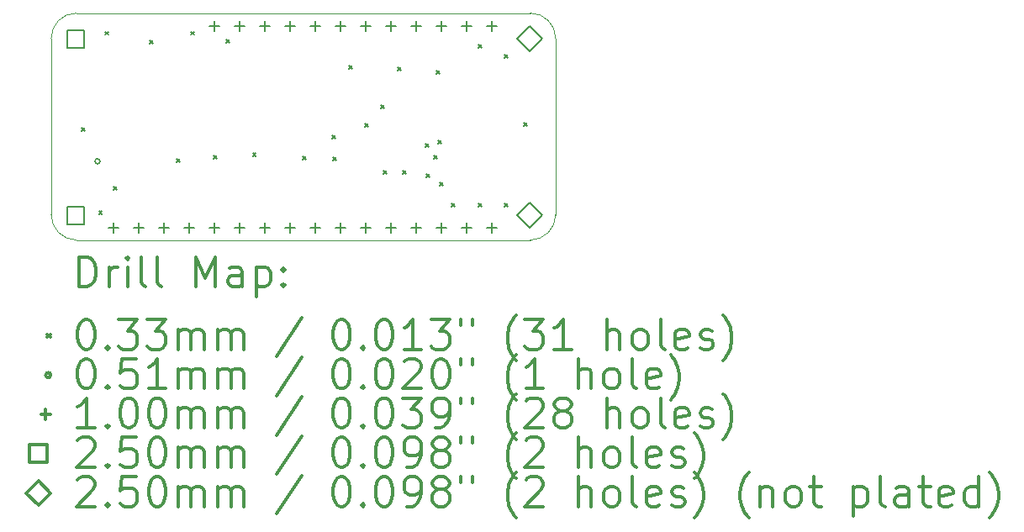
<source format=gbr>
%FSLAX45Y45*%
G04 Gerber Fmt 4.5, Leading zero omitted, Abs format (unit mm)*
G04 Created by KiCad (PCBNEW (5.0.0-rc2-dev-444-g2974a2c10)) date 11/27/19 17:23:53*
%MOMM*%
%LPD*%
G01*
G04 APERTURE LIST*
%ADD10C,0.100000*%
%ADD11C,0.200000*%
%ADD12C,0.300000*%
G04 APERTURE END LIST*
D10*
X10998200Y-10642600D02*
G75*
G02X10744200Y-10388600I0J254000D01*
G01*
X15824200Y-10388600D02*
G75*
G02X15570200Y-10642600I-254000J0D01*
G01*
X10744200Y-8610600D02*
G75*
G02X10998200Y-8356600I254000J0D01*
G01*
X15570200Y-8356600D02*
G75*
G02X15824200Y-8610600I0J-254000D01*
G01*
X10744200Y-8610600D02*
X10744200Y-10388600D01*
X15570200Y-8356600D02*
X10998200Y-8356600D01*
X15824200Y-10388600D02*
X15824200Y-8610600D01*
X10998200Y-10642600D02*
X15570200Y-10642600D01*
D11*
X11053490Y-9513490D02*
X11086510Y-9546510D01*
X11086510Y-9513490D02*
X11053490Y-9546510D01*
X11223490Y-10353490D02*
X11256510Y-10386510D01*
X11256510Y-10353490D02*
X11223490Y-10386510D01*
X11286490Y-8542490D02*
X11319510Y-8575510D01*
X11319510Y-8542490D02*
X11286490Y-8575510D01*
X11373490Y-10103490D02*
X11406510Y-10136510D01*
X11406510Y-10103490D02*
X11373490Y-10136510D01*
X11733009Y-8633490D02*
X11766029Y-8666510D01*
X11766029Y-8633490D02*
X11733009Y-8666510D01*
X12003490Y-9823490D02*
X12036510Y-9856510D01*
X12036510Y-9823490D02*
X12003490Y-9856510D01*
X12150090Y-8542490D02*
X12183110Y-8575510D01*
X12183110Y-8542490D02*
X12150090Y-8575510D01*
X12383009Y-9793009D02*
X12416029Y-9826029D01*
X12416029Y-9793009D02*
X12383009Y-9826029D01*
X12503490Y-8623490D02*
X12536510Y-8656510D01*
X12536510Y-8623490D02*
X12503490Y-8656510D01*
X12773490Y-9763490D02*
X12806510Y-9796510D01*
X12806510Y-9763490D02*
X12773490Y-9796510D01*
X13280390Y-9800590D02*
X13313410Y-9833610D01*
X13313410Y-9800590D02*
X13280390Y-9833610D01*
X13572490Y-9584690D02*
X13605510Y-9617710D01*
X13605510Y-9584690D02*
X13572490Y-9617710D01*
X13578590Y-9806690D02*
X13611610Y-9839710D01*
X13611610Y-9806690D02*
X13578590Y-9839710D01*
X13743490Y-8883490D02*
X13776510Y-8916510D01*
X13776510Y-8883490D02*
X13743490Y-8916510D01*
X13902690Y-9470390D02*
X13935710Y-9503410D01*
X13935710Y-9470390D02*
X13902690Y-9503410D01*
X14067790Y-9279890D02*
X14100810Y-9312910D01*
X14100810Y-9279890D02*
X14067790Y-9312910D01*
X14093190Y-9940290D02*
X14126210Y-9973310D01*
X14126210Y-9940290D02*
X14093190Y-9973310D01*
X14232890Y-8898890D02*
X14265910Y-8931910D01*
X14265910Y-8898890D02*
X14232890Y-8931910D01*
X14283690Y-9940290D02*
X14316710Y-9973310D01*
X14316710Y-9940290D02*
X14283690Y-9973310D01*
X14510390Y-9671690D02*
X14543410Y-9704710D01*
X14543410Y-9671690D02*
X14510390Y-9704710D01*
X14524990Y-9978390D02*
X14558010Y-10011410D01*
X14558010Y-9978390D02*
X14524990Y-10011410D01*
X14601190Y-9787890D02*
X14634210Y-9820910D01*
X14634210Y-9787890D02*
X14601190Y-9820910D01*
X14623490Y-8938490D02*
X14656510Y-8971510D01*
X14656510Y-8938490D02*
X14623490Y-8971510D01*
X14638490Y-9638490D02*
X14671510Y-9671510D01*
X14671510Y-9638490D02*
X14638490Y-9671510D01*
X14658340Y-10060940D02*
X14691360Y-10093960D01*
X14691360Y-10060940D02*
X14658340Y-10093960D01*
X14778990Y-10270490D02*
X14812010Y-10303510D01*
X14812010Y-10270490D02*
X14778990Y-10303510D01*
X15045690Y-8670290D02*
X15078710Y-8703310D01*
X15078710Y-8670290D02*
X15045690Y-8703310D01*
X15045690Y-10270490D02*
X15078710Y-10303510D01*
X15078710Y-10270490D02*
X15045690Y-10303510D01*
X15312390Y-8771890D02*
X15345410Y-8804910D01*
X15345410Y-8771890D02*
X15312390Y-8804910D01*
X15312390Y-10270490D02*
X15345410Y-10303510D01*
X15345410Y-10270490D02*
X15312390Y-10303510D01*
X15503490Y-9463490D02*
X15536510Y-9496510D01*
X15536510Y-9463490D02*
X15503490Y-9496510D01*
X11235400Y-9850000D02*
G75*
G03X11235400Y-9850000I-25400J0D01*
G01*
X11371500Y-10470600D02*
X11371500Y-10570600D01*
X11321500Y-10520600D02*
X11421500Y-10520600D01*
X11625500Y-10470600D02*
X11625500Y-10570600D01*
X11575500Y-10520600D02*
X11675500Y-10520600D01*
X11879500Y-10470600D02*
X11879500Y-10570600D01*
X11829500Y-10520600D02*
X11929500Y-10520600D01*
X12133500Y-10470600D02*
X12133500Y-10570600D01*
X12083500Y-10520600D02*
X12183500Y-10520600D01*
X12387500Y-8438600D02*
X12387500Y-8538600D01*
X12337500Y-8488600D02*
X12437500Y-8488600D01*
X12387500Y-10470600D02*
X12387500Y-10570600D01*
X12337500Y-10520600D02*
X12437500Y-10520600D01*
X12641500Y-8438600D02*
X12641500Y-8538600D01*
X12591500Y-8488600D02*
X12691500Y-8488600D01*
X12641500Y-10470600D02*
X12641500Y-10570600D01*
X12591500Y-10520600D02*
X12691500Y-10520600D01*
X12895500Y-8438600D02*
X12895500Y-8538600D01*
X12845500Y-8488600D02*
X12945500Y-8488600D01*
X12895500Y-10470600D02*
X12895500Y-10570600D01*
X12845500Y-10520600D02*
X12945500Y-10520600D01*
X13149500Y-8438600D02*
X13149500Y-8538600D01*
X13099500Y-8488600D02*
X13199500Y-8488600D01*
X13149500Y-10470600D02*
X13149500Y-10570600D01*
X13099500Y-10520600D02*
X13199500Y-10520600D01*
X13403500Y-8438600D02*
X13403500Y-8538600D01*
X13353500Y-8488600D02*
X13453500Y-8488600D01*
X13403500Y-10470600D02*
X13403500Y-10570600D01*
X13353500Y-10520600D02*
X13453500Y-10520600D01*
X13657500Y-8438600D02*
X13657500Y-8538600D01*
X13607500Y-8488600D02*
X13707500Y-8488600D01*
X13657500Y-10470600D02*
X13657500Y-10570600D01*
X13607500Y-10520600D02*
X13707500Y-10520600D01*
X13911500Y-8438600D02*
X13911500Y-8538600D01*
X13861500Y-8488600D02*
X13961500Y-8488600D01*
X13911500Y-10470600D02*
X13911500Y-10570600D01*
X13861500Y-10520600D02*
X13961500Y-10520600D01*
X14165500Y-8438600D02*
X14165500Y-8538600D01*
X14115500Y-8488600D02*
X14215500Y-8488600D01*
X14165500Y-10470600D02*
X14165500Y-10570600D01*
X14115500Y-10520600D02*
X14215500Y-10520600D01*
X14419500Y-8438600D02*
X14419500Y-8538600D01*
X14369500Y-8488600D02*
X14469500Y-8488600D01*
X14419500Y-10470600D02*
X14419500Y-10570600D01*
X14369500Y-10520600D02*
X14469500Y-10520600D01*
X14673500Y-8438600D02*
X14673500Y-8538600D01*
X14623500Y-8488600D02*
X14723500Y-8488600D01*
X14673500Y-10470600D02*
X14673500Y-10570600D01*
X14623500Y-10520600D02*
X14723500Y-10520600D01*
X14927500Y-8438600D02*
X14927500Y-8538600D01*
X14877500Y-8488600D02*
X14977500Y-8488600D01*
X14927500Y-10470600D02*
X14927500Y-10570600D01*
X14877500Y-10520600D02*
X14977500Y-10520600D01*
X15181500Y-8438600D02*
X15181500Y-8538600D01*
X15131500Y-8488600D02*
X15231500Y-8488600D01*
X15181500Y-10470600D02*
X15181500Y-10570600D01*
X15131500Y-10520600D02*
X15231500Y-10520600D01*
X11078889Y-8703989D02*
X11078889Y-8527211D01*
X10902111Y-8527211D01*
X10902111Y-8703989D01*
X11078889Y-8703989D01*
X11078889Y-10481989D02*
X11078889Y-10305211D01*
X10902111Y-10305211D01*
X10902111Y-10481989D01*
X11078889Y-10481989D01*
X15562500Y-8740600D02*
X15687500Y-8615600D01*
X15562500Y-8490600D01*
X15437500Y-8615600D01*
X15562500Y-8740600D01*
X15562500Y-10518600D02*
X15687500Y-10393600D01*
X15562500Y-10268600D01*
X15437500Y-10393600D01*
X15562500Y-10518600D01*
D12*
X11025628Y-11113314D02*
X11025628Y-10813314D01*
X11097057Y-10813314D01*
X11139914Y-10827600D01*
X11168486Y-10856172D01*
X11182771Y-10884743D01*
X11197057Y-10941886D01*
X11197057Y-10984743D01*
X11182771Y-11041886D01*
X11168486Y-11070457D01*
X11139914Y-11099029D01*
X11097057Y-11113314D01*
X11025628Y-11113314D01*
X11325628Y-11113314D02*
X11325628Y-10913314D01*
X11325628Y-10970457D02*
X11339914Y-10941886D01*
X11354200Y-10927600D01*
X11382771Y-10913314D01*
X11411343Y-10913314D01*
X11511343Y-11113314D02*
X11511343Y-10913314D01*
X11511343Y-10813314D02*
X11497057Y-10827600D01*
X11511343Y-10841886D01*
X11525628Y-10827600D01*
X11511343Y-10813314D01*
X11511343Y-10841886D01*
X11697057Y-11113314D02*
X11668486Y-11099029D01*
X11654200Y-11070457D01*
X11654200Y-10813314D01*
X11854200Y-11113314D02*
X11825628Y-11099029D01*
X11811343Y-11070457D01*
X11811343Y-10813314D01*
X12197057Y-11113314D02*
X12197057Y-10813314D01*
X12297057Y-11027600D01*
X12397057Y-10813314D01*
X12397057Y-11113314D01*
X12668486Y-11113314D02*
X12668486Y-10956172D01*
X12654200Y-10927600D01*
X12625628Y-10913314D01*
X12568486Y-10913314D01*
X12539914Y-10927600D01*
X12668486Y-11099029D02*
X12639914Y-11113314D01*
X12568486Y-11113314D01*
X12539914Y-11099029D01*
X12525628Y-11070457D01*
X12525628Y-11041886D01*
X12539914Y-11013314D01*
X12568486Y-10999029D01*
X12639914Y-10999029D01*
X12668486Y-10984743D01*
X12811343Y-10913314D02*
X12811343Y-11213314D01*
X12811343Y-10927600D02*
X12839914Y-10913314D01*
X12897057Y-10913314D01*
X12925628Y-10927600D01*
X12939914Y-10941886D01*
X12954200Y-10970457D01*
X12954200Y-11056172D01*
X12939914Y-11084743D01*
X12925628Y-11099029D01*
X12897057Y-11113314D01*
X12839914Y-11113314D01*
X12811343Y-11099029D01*
X13082771Y-11084743D02*
X13097057Y-11099029D01*
X13082771Y-11113314D01*
X13068486Y-11099029D01*
X13082771Y-11084743D01*
X13082771Y-11113314D01*
X13082771Y-10927600D02*
X13097057Y-10941886D01*
X13082771Y-10956172D01*
X13068486Y-10941886D01*
X13082771Y-10927600D01*
X13082771Y-10956172D01*
X10706180Y-11591090D02*
X10739200Y-11624110D01*
X10739200Y-11591090D02*
X10706180Y-11624110D01*
X11082771Y-11443314D02*
X11111343Y-11443314D01*
X11139914Y-11457600D01*
X11154200Y-11471886D01*
X11168486Y-11500457D01*
X11182771Y-11557600D01*
X11182771Y-11629029D01*
X11168486Y-11686171D01*
X11154200Y-11714743D01*
X11139914Y-11729029D01*
X11111343Y-11743314D01*
X11082771Y-11743314D01*
X11054200Y-11729029D01*
X11039914Y-11714743D01*
X11025628Y-11686171D01*
X11011343Y-11629029D01*
X11011343Y-11557600D01*
X11025628Y-11500457D01*
X11039914Y-11471886D01*
X11054200Y-11457600D01*
X11082771Y-11443314D01*
X11311343Y-11714743D02*
X11325628Y-11729029D01*
X11311343Y-11743314D01*
X11297057Y-11729029D01*
X11311343Y-11714743D01*
X11311343Y-11743314D01*
X11425628Y-11443314D02*
X11611343Y-11443314D01*
X11511343Y-11557600D01*
X11554200Y-11557600D01*
X11582771Y-11571886D01*
X11597057Y-11586171D01*
X11611343Y-11614743D01*
X11611343Y-11686171D01*
X11597057Y-11714743D01*
X11582771Y-11729029D01*
X11554200Y-11743314D01*
X11468486Y-11743314D01*
X11439914Y-11729029D01*
X11425628Y-11714743D01*
X11711343Y-11443314D02*
X11897057Y-11443314D01*
X11797057Y-11557600D01*
X11839914Y-11557600D01*
X11868486Y-11571886D01*
X11882771Y-11586171D01*
X11897057Y-11614743D01*
X11897057Y-11686171D01*
X11882771Y-11714743D01*
X11868486Y-11729029D01*
X11839914Y-11743314D01*
X11754200Y-11743314D01*
X11725628Y-11729029D01*
X11711343Y-11714743D01*
X12025628Y-11743314D02*
X12025628Y-11543314D01*
X12025628Y-11571886D02*
X12039914Y-11557600D01*
X12068486Y-11543314D01*
X12111343Y-11543314D01*
X12139914Y-11557600D01*
X12154200Y-11586171D01*
X12154200Y-11743314D01*
X12154200Y-11586171D02*
X12168486Y-11557600D01*
X12197057Y-11543314D01*
X12239914Y-11543314D01*
X12268486Y-11557600D01*
X12282771Y-11586171D01*
X12282771Y-11743314D01*
X12425628Y-11743314D02*
X12425628Y-11543314D01*
X12425628Y-11571886D02*
X12439914Y-11557600D01*
X12468486Y-11543314D01*
X12511343Y-11543314D01*
X12539914Y-11557600D01*
X12554200Y-11586171D01*
X12554200Y-11743314D01*
X12554200Y-11586171D02*
X12568486Y-11557600D01*
X12597057Y-11543314D01*
X12639914Y-11543314D01*
X12668486Y-11557600D01*
X12682771Y-11586171D01*
X12682771Y-11743314D01*
X13268486Y-11429029D02*
X13011343Y-11814743D01*
X13654200Y-11443314D02*
X13682771Y-11443314D01*
X13711343Y-11457600D01*
X13725628Y-11471886D01*
X13739914Y-11500457D01*
X13754200Y-11557600D01*
X13754200Y-11629029D01*
X13739914Y-11686171D01*
X13725628Y-11714743D01*
X13711343Y-11729029D01*
X13682771Y-11743314D01*
X13654200Y-11743314D01*
X13625628Y-11729029D01*
X13611343Y-11714743D01*
X13597057Y-11686171D01*
X13582771Y-11629029D01*
X13582771Y-11557600D01*
X13597057Y-11500457D01*
X13611343Y-11471886D01*
X13625628Y-11457600D01*
X13654200Y-11443314D01*
X13882771Y-11714743D02*
X13897057Y-11729029D01*
X13882771Y-11743314D01*
X13868486Y-11729029D01*
X13882771Y-11714743D01*
X13882771Y-11743314D01*
X14082771Y-11443314D02*
X14111343Y-11443314D01*
X14139914Y-11457600D01*
X14154200Y-11471886D01*
X14168486Y-11500457D01*
X14182771Y-11557600D01*
X14182771Y-11629029D01*
X14168486Y-11686171D01*
X14154200Y-11714743D01*
X14139914Y-11729029D01*
X14111343Y-11743314D01*
X14082771Y-11743314D01*
X14054200Y-11729029D01*
X14039914Y-11714743D01*
X14025628Y-11686171D01*
X14011343Y-11629029D01*
X14011343Y-11557600D01*
X14025628Y-11500457D01*
X14039914Y-11471886D01*
X14054200Y-11457600D01*
X14082771Y-11443314D01*
X14468486Y-11743314D02*
X14297057Y-11743314D01*
X14382771Y-11743314D02*
X14382771Y-11443314D01*
X14354200Y-11486171D01*
X14325628Y-11514743D01*
X14297057Y-11529029D01*
X14568486Y-11443314D02*
X14754200Y-11443314D01*
X14654200Y-11557600D01*
X14697057Y-11557600D01*
X14725628Y-11571886D01*
X14739914Y-11586171D01*
X14754200Y-11614743D01*
X14754200Y-11686171D01*
X14739914Y-11714743D01*
X14725628Y-11729029D01*
X14697057Y-11743314D01*
X14611343Y-11743314D01*
X14582771Y-11729029D01*
X14568486Y-11714743D01*
X14868486Y-11443314D02*
X14868486Y-11500457D01*
X14982771Y-11443314D02*
X14982771Y-11500457D01*
X15425628Y-11857600D02*
X15411343Y-11843314D01*
X15382771Y-11800457D01*
X15368486Y-11771886D01*
X15354200Y-11729029D01*
X15339914Y-11657600D01*
X15339914Y-11600457D01*
X15354200Y-11529029D01*
X15368486Y-11486171D01*
X15382771Y-11457600D01*
X15411343Y-11414743D01*
X15425628Y-11400457D01*
X15511343Y-11443314D02*
X15697057Y-11443314D01*
X15597057Y-11557600D01*
X15639914Y-11557600D01*
X15668486Y-11571886D01*
X15682771Y-11586171D01*
X15697057Y-11614743D01*
X15697057Y-11686171D01*
X15682771Y-11714743D01*
X15668486Y-11729029D01*
X15639914Y-11743314D01*
X15554200Y-11743314D01*
X15525628Y-11729029D01*
X15511343Y-11714743D01*
X15982771Y-11743314D02*
X15811343Y-11743314D01*
X15897057Y-11743314D02*
X15897057Y-11443314D01*
X15868486Y-11486171D01*
X15839914Y-11514743D01*
X15811343Y-11529029D01*
X16339914Y-11743314D02*
X16339914Y-11443314D01*
X16468486Y-11743314D02*
X16468486Y-11586171D01*
X16454200Y-11557600D01*
X16425628Y-11543314D01*
X16382771Y-11543314D01*
X16354200Y-11557600D01*
X16339914Y-11571886D01*
X16654200Y-11743314D02*
X16625628Y-11729029D01*
X16611343Y-11714743D01*
X16597057Y-11686171D01*
X16597057Y-11600457D01*
X16611343Y-11571886D01*
X16625628Y-11557600D01*
X16654200Y-11543314D01*
X16697057Y-11543314D01*
X16725628Y-11557600D01*
X16739914Y-11571886D01*
X16754200Y-11600457D01*
X16754200Y-11686171D01*
X16739914Y-11714743D01*
X16725628Y-11729029D01*
X16697057Y-11743314D01*
X16654200Y-11743314D01*
X16925628Y-11743314D02*
X16897057Y-11729029D01*
X16882771Y-11700457D01*
X16882771Y-11443314D01*
X17154200Y-11729029D02*
X17125628Y-11743314D01*
X17068486Y-11743314D01*
X17039914Y-11729029D01*
X17025628Y-11700457D01*
X17025628Y-11586171D01*
X17039914Y-11557600D01*
X17068486Y-11543314D01*
X17125628Y-11543314D01*
X17154200Y-11557600D01*
X17168486Y-11586171D01*
X17168486Y-11614743D01*
X17025628Y-11643314D01*
X17282771Y-11729029D02*
X17311343Y-11743314D01*
X17368486Y-11743314D01*
X17397057Y-11729029D01*
X17411343Y-11700457D01*
X17411343Y-11686171D01*
X17397057Y-11657600D01*
X17368486Y-11643314D01*
X17325628Y-11643314D01*
X17297057Y-11629029D01*
X17282771Y-11600457D01*
X17282771Y-11586171D01*
X17297057Y-11557600D01*
X17325628Y-11543314D01*
X17368486Y-11543314D01*
X17397057Y-11557600D01*
X17511343Y-11857600D02*
X17525628Y-11843314D01*
X17554200Y-11800457D01*
X17568486Y-11771886D01*
X17582771Y-11729029D01*
X17597057Y-11657600D01*
X17597057Y-11600457D01*
X17582771Y-11529029D01*
X17568486Y-11486171D01*
X17554200Y-11457600D01*
X17525628Y-11414743D01*
X17511343Y-11400457D01*
X10739200Y-12003600D02*
G75*
G03X10739200Y-12003600I-25400J0D01*
G01*
X11082771Y-11839314D02*
X11111343Y-11839314D01*
X11139914Y-11853600D01*
X11154200Y-11867886D01*
X11168486Y-11896457D01*
X11182771Y-11953600D01*
X11182771Y-12025029D01*
X11168486Y-12082171D01*
X11154200Y-12110743D01*
X11139914Y-12125029D01*
X11111343Y-12139314D01*
X11082771Y-12139314D01*
X11054200Y-12125029D01*
X11039914Y-12110743D01*
X11025628Y-12082171D01*
X11011343Y-12025029D01*
X11011343Y-11953600D01*
X11025628Y-11896457D01*
X11039914Y-11867886D01*
X11054200Y-11853600D01*
X11082771Y-11839314D01*
X11311343Y-12110743D02*
X11325628Y-12125029D01*
X11311343Y-12139314D01*
X11297057Y-12125029D01*
X11311343Y-12110743D01*
X11311343Y-12139314D01*
X11597057Y-11839314D02*
X11454200Y-11839314D01*
X11439914Y-11982171D01*
X11454200Y-11967886D01*
X11482771Y-11953600D01*
X11554200Y-11953600D01*
X11582771Y-11967886D01*
X11597057Y-11982171D01*
X11611343Y-12010743D01*
X11611343Y-12082171D01*
X11597057Y-12110743D01*
X11582771Y-12125029D01*
X11554200Y-12139314D01*
X11482771Y-12139314D01*
X11454200Y-12125029D01*
X11439914Y-12110743D01*
X11897057Y-12139314D02*
X11725628Y-12139314D01*
X11811343Y-12139314D02*
X11811343Y-11839314D01*
X11782771Y-11882171D01*
X11754200Y-11910743D01*
X11725628Y-11925029D01*
X12025628Y-12139314D02*
X12025628Y-11939314D01*
X12025628Y-11967886D02*
X12039914Y-11953600D01*
X12068486Y-11939314D01*
X12111343Y-11939314D01*
X12139914Y-11953600D01*
X12154200Y-11982171D01*
X12154200Y-12139314D01*
X12154200Y-11982171D02*
X12168486Y-11953600D01*
X12197057Y-11939314D01*
X12239914Y-11939314D01*
X12268486Y-11953600D01*
X12282771Y-11982171D01*
X12282771Y-12139314D01*
X12425628Y-12139314D02*
X12425628Y-11939314D01*
X12425628Y-11967886D02*
X12439914Y-11953600D01*
X12468486Y-11939314D01*
X12511343Y-11939314D01*
X12539914Y-11953600D01*
X12554200Y-11982171D01*
X12554200Y-12139314D01*
X12554200Y-11982171D02*
X12568486Y-11953600D01*
X12597057Y-11939314D01*
X12639914Y-11939314D01*
X12668486Y-11953600D01*
X12682771Y-11982171D01*
X12682771Y-12139314D01*
X13268486Y-11825029D02*
X13011343Y-12210743D01*
X13654200Y-11839314D02*
X13682771Y-11839314D01*
X13711343Y-11853600D01*
X13725628Y-11867886D01*
X13739914Y-11896457D01*
X13754200Y-11953600D01*
X13754200Y-12025029D01*
X13739914Y-12082171D01*
X13725628Y-12110743D01*
X13711343Y-12125029D01*
X13682771Y-12139314D01*
X13654200Y-12139314D01*
X13625628Y-12125029D01*
X13611343Y-12110743D01*
X13597057Y-12082171D01*
X13582771Y-12025029D01*
X13582771Y-11953600D01*
X13597057Y-11896457D01*
X13611343Y-11867886D01*
X13625628Y-11853600D01*
X13654200Y-11839314D01*
X13882771Y-12110743D02*
X13897057Y-12125029D01*
X13882771Y-12139314D01*
X13868486Y-12125029D01*
X13882771Y-12110743D01*
X13882771Y-12139314D01*
X14082771Y-11839314D02*
X14111343Y-11839314D01*
X14139914Y-11853600D01*
X14154200Y-11867886D01*
X14168486Y-11896457D01*
X14182771Y-11953600D01*
X14182771Y-12025029D01*
X14168486Y-12082171D01*
X14154200Y-12110743D01*
X14139914Y-12125029D01*
X14111343Y-12139314D01*
X14082771Y-12139314D01*
X14054200Y-12125029D01*
X14039914Y-12110743D01*
X14025628Y-12082171D01*
X14011343Y-12025029D01*
X14011343Y-11953600D01*
X14025628Y-11896457D01*
X14039914Y-11867886D01*
X14054200Y-11853600D01*
X14082771Y-11839314D01*
X14297057Y-11867886D02*
X14311343Y-11853600D01*
X14339914Y-11839314D01*
X14411343Y-11839314D01*
X14439914Y-11853600D01*
X14454200Y-11867886D01*
X14468486Y-11896457D01*
X14468486Y-11925029D01*
X14454200Y-11967886D01*
X14282771Y-12139314D01*
X14468486Y-12139314D01*
X14654200Y-11839314D02*
X14682771Y-11839314D01*
X14711343Y-11853600D01*
X14725628Y-11867886D01*
X14739914Y-11896457D01*
X14754200Y-11953600D01*
X14754200Y-12025029D01*
X14739914Y-12082171D01*
X14725628Y-12110743D01*
X14711343Y-12125029D01*
X14682771Y-12139314D01*
X14654200Y-12139314D01*
X14625628Y-12125029D01*
X14611343Y-12110743D01*
X14597057Y-12082171D01*
X14582771Y-12025029D01*
X14582771Y-11953600D01*
X14597057Y-11896457D01*
X14611343Y-11867886D01*
X14625628Y-11853600D01*
X14654200Y-11839314D01*
X14868486Y-11839314D02*
X14868486Y-11896457D01*
X14982771Y-11839314D02*
X14982771Y-11896457D01*
X15425628Y-12253600D02*
X15411343Y-12239314D01*
X15382771Y-12196457D01*
X15368486Y-12167886D01*
X15354200Y-12125029D01*
X15339914Y-12053600D01*
X15339914Y-11996457D01*
X15354200Y-11925029D01*
X15368486Y-11882171D01*
X15382771Y-11853600D01*
X15411343Y-11810743D01*
X15425628Y-11796457D01*
X15697057Y-12139314D02*
X15525628Y-12139314D01*
X15611343Y-12139314D02*
X15611343Y-11839314D01*
X15582771Y-11882171D01*
X15554200Y-11910743D01*
X15525628Y-11925029D01*
X16054200Y-12139314D02*
X16054200Y-11839314D01*
X16182771Y-12139314D02*
X16182771Y-11982171D01*
X16168486Y-11953600D01*
X16139914Y-11939314D01*
X16097057Y-11939314D01*
X16068486Y-11953600D01*
X16054200Y-11967886D01*
X16368486Y-12139314D02*
X16339914Y-12125029D01*
X16325628Y-12110743D01*
X16311343Y-12082171D01*
X16311343Y-11996457D01*
X16325628Y-11967886D01*
X16339914Y-11953600D01*
X16368486Y-11939314D01*
X16411343Y-11939314D01*
X16439914Y-11953600D01*
X16454200Y-11967886D01*
X16468486Y-11996457D01*
X16468486Y-12082171D01*
X16454200Y-12110743D01*
X16439914Y-12125029D01*
X16411343Y-12139314D01*
X16368486Y-12139314D01*
X16639914Y-12139314D02*
X16611343Y-12125029D01*
X16597057Y-12096457D01*
X16597057Y-11839314D01*
X16868486Y-12125029D02*
X16839914Y-12139314D01*
X16782771Y-12139314D01*
X16754200Y-12125029D01*
X16739914Y-12096457D01*
X16739914Y-11982171D01*
X16754200Y-11953600D01*
X16782771Y-11939314D01*
X16839914Y-11939314D01*
X16868486Y-11953600D01*
X16882771Y-11982171D01*
X16882771Y-12010743D01*
X16739914Y-12039314D01*
X16982771Y-12253600D02*
X16997057Y-12239314D01*
X17025628Y-12196457D01*
X17039914Y-12167886D01*
X17054200Y-12125029D01*
X17068486Y-12053600D01*
X17068486Y-11996457D01*
X17054200Y-11925029D01*
X17039914Y-11882171D01*
X17025628Y-11853600D01*
X16997057Y-11810743D01*
X16982771Y-11796457D01*
X10689200Y-12349600D02*
X10689200Y-12449600D01*
X10639200Y-12399600D02*
X10739200Y-12399600D01*
X11182771Y-12535314D02*
X11011343Y-12535314D01*
X11097057Y-12535314D02*
X11097057Y-12235314D01*
X11068486Y-12278171D01*
X11039914Y-12306743D01*
X11011343Y-12321029D01*
X11311343Y-12506743D02*
X11325628Y-12521029D01*
X11311343Y-12535314D01*
X11297057Y-12521029D01*
X11311343Y-12506743D01*
X11311343Y-12535314D01*
X11511343Y-12235314D02*
X11539914Y-12235314D01*
X11568486Y-12249600D01*
X11582771Y-12263886D01*
X11597057Y-12292457D01*
X11611343Y-12349600D01*
X11611343Y-12421029D01*
X11597057Y-12478171D01*
X11582771Y-12506743D01*
X11568486Y-12521029D01*
X11539914Y-12535314D01*
X11511343Y-12535314D01*
X11482771Y-12521029D01*
X11468486Y-12506743D01*
X11454200Y-12478171D01*
X11439914Y-12421029D01*
X11439914Y-12349600D01*
X11454200Y-12292457D01*
X11468486Y-12263886D01*
X11482771Y-12249600D01*
X11511343Y-12235314D01*
X11797057Y-12235314D02*
X11825628Y-12235314D01*
X11854200Y-12249600D01*
X11868486Y-12263886D01*
X11882771Y-12292457D01*
X11897057Y-12349600D01*
X11897057Y-12421029D01*
X11882771Y-12478171D01*
X11868486Y-12506743D01*
X11854200Y-12521029D01*
X11825628Y-12535314D01*
X11797057Y-12535314D01*
X11768486Y-12521029D01*
X11754200Y-12506743D01*
X11739914Y-12478171D01*
X11725628Y-12421029D01*
X11725628Y-12349600D01*
X11739914Y-12292457D01*
X11754200Y-12263886D01*
X11768486Y-12249600D01*
X11797057Y-12235314D01*
X12025628Y-12535314D02*
X12025628Y-12335314D01*
X12025628Y-12363886D02*
X12039914Y-12349600D01*
X12068486Y-12335314D01*
X12111343Y-12335314D01*
X12139914Y-12349600D01*
X12154200Y-12378171D01*
X12154200Y-12535314D01*
X12154200Y-12378171D02*
X12168486Y-12349600D01*
X12197057Y-12335314D01*
X12239914Y-12335314D01*
X12268486Y-12349600D01*
X12282771Y-12378171D01*
X12282771Y-12535314D01*
X12425628Y-12535314D02*
X12425628Y-12335314D01*
X12425628Y-12363886D02*
X12439914Y-12349600D01*
X12468486Y-12335314D01*
X12511343Y-12335314D01*
X12539914Y-12349600D01*
X12554200Y-12378171D01*
X12554200Y-12535314D01*
X12554200Y-12378171D02*
X12568486Y-12349600D01*
X12597057Y-12335314D01*
X12639914Y-12335314D01*
X12668486Y-12349600D01*
X12682771Y-12378171D01*
X12682771Y-12535314D01*
X13268486Y-12221029D02*
X13011343Y-12606743D01*
X13654200Y-12235314D02*
X13682771Y-12235314D01*
X13711343Y-12249600D01*
X13725628Y-12263886D01*
X13739914Y-12292457D01*
X13754200Y-12349600D01*
X13754200Y-12421029D01*
X13739914Y-12478171D01*
X13725628Y-12506743D01*
X13711343Y-12521029D01*
X13682771Y-12535314D01*
X13654200Y-12535314D01*
X13625628Y-12521029D01*
X13611343Y-12506743D01*
X13597057Y-12478171D01*
X13582771Y-12421029D01*
X13582771Y-12349600D01*
X13597057Y-12292457D01*
X13611343Y-12263886D01*
X13625628Y-12249600D01*
X13654200Y-12235314D01*
X13882771Y-12506743D02*
X13897057Y-12521029D01*
X13882771Y-12535314D01*
X13868486Y-12521029D01*
X13882771Y-12506743D01*
X13882771Y-12535314D01*
X14082771Y-12235314D02*
X14111343Y-12235314D01*
X14139914Y-12249600D01*
X14154200Y-12263886D01*
X14168486Y-12292457D01*
X14182771Y-12349600D01*
X14182771Y-12421029D01*
X14168486Y-12478171D01*
X14154200Y-12506743D01*
X14139914Y-12521029D01*
X14111343Y-12535314D01*
X14082771Y-12535314D01*
X14054200Y-12521029D01*
X14039914Y-12506743D01*
X14025628Y-12478171D01*
X14011343Y-12421029D01*
X14011343Y-12349600D01*
X14025628Y-12292457D01*
X14039914Y-12263886D01*
X14054200Y-12249600D01*
X14082771Y-12235314D01*
X14282771Y-12235314D02*
X14468486Y-12235314D01*
X14368486Y-12349600D01*
X14411343Y-12349600D01*
X14439914Y-12363886D01*
X14454200Y-12378171D01*
X14468486Y-12406743D01*
X14468486Y-12478171D01*
X14454200Y-12506743D01*
X14439914Y-12521029D01*
X14411343Y-12535314D01*
X14325628Y-12535314D01*
X14297057Y-12521029D01*
X14282771Y-12506743D01*
X14611343Y-12535314D02*
X14668486Y-12535314D01*
X14697057Y-12521029D01*
X14711343Y-12506743D01*
X14739914Y-12463886D01*
X14754200Y-12406743D01*
X14754200Y-12292457D01*
X14739914Y-12263886D01*
X14725628Y-12249600D01*
X14697057Y-12235314D01*
X14639914Y-12235314D01*
X14611343Y-12249600D01*
X14597057Y-12263886D01*
X14582771Y-12292457D01*
X14582771Y-12363886D01*
X14597057Y-12392457D01*
X14611343Y-12406743D01*
X14639914Y-12421029D01*
X14697057Y-12421029D01*
X14725628Y-12406743D01*
X14739914Y-12392457D01*
X14754200Y-12363886D01*
X14868486Y-12235314D02*
X14868486Y-12292457D01*
X14982771Y-12235314D02*
X14982771Y-12292457D01*
X15425628Y-12649600D02*
X15411343Y-12635314D01*
X15382771Y-12592457D01*
X15368486Y-12563886D01*
X15354200Y-12521029D01*
X15339914Y-12449600D01*
X15339914Y-12392457D01*
X15354200Y-12321029D01*
X15368486Y-12278171D01*
X15382771Y-12249600D01*
X15411343Y-12206743D01*
X15425628Y-12192457D01*
X15525628Y-12263886D02*
X15539914Y-12249600D01*
X15568486Y-12235314D01*
X15639914Y-12235314D01*
X15668486Y-12249600D01*
X15682771Y-12263886D01*
X15697057Y-12292457D01*
X15697057Y-12321029D01*
X15682771Y-12363886D01*
X15511343Y-12535314D01*
X15697057Y-12535314D01*
X15868486Y-12363886D02*
X15839914Y-12349600D01*
X15825628Y-12335314D01*
X15811343Y-12306743D01*
X15811343Y-12292457D01*
X15825628Y-12263886D01*
X15839914Y-12249600D01*
X15868486Y-12235314D01*
X15925628Y-12235314D01*
X15954200Y-12249600D01*
X15968486Y-12263886D01*
X15982771Y-12292457D01*
X15982771Y-12306743D01*
X15968486Y-12335314D01*
X15954200Y-12349600D01*
X15925628Y-12363886D01*
X15868486Y-12363886D01*
X15839914Y-12378171D01*
X15825628Y-12392457D01*
X15811343Y-12421029D01*
X15811343Y-12478171D01*
X15825628Y-12506743D01*
X15839914Y-12521029D01*
X15868486Y-12535314D01*
X15925628Y-12535314D01*
X15954200Y-12521029D01*
X15968486Y-12506743D01*
X15982771Y-12478171D01*
X15982771Y-12421029D01*
X15968486Y-12392457D01*
X15954200Y-12378171D01*
X15925628Y-12363886D01*
X16339914Y-12535314D02*
X16339914Y-12235314D01*
X16468486Y-12535314D02*
X16468486Y-12378171D01*
X16454200Y-12349600D01*
X16425628Y-12335314D01*
X16382771Y-12335314D01*
X16354200Y-12349600D01*
X16339914Y-12363886D01*
X16654200Y-12535314D02*
X16625628Y-12521029D01*
X16611343Y-12506743D01*
X16597057Y-12478171D01*
X16597057Y-12392457D01*
X16611343Y-12363886D01*
X16625628Y-12349600D01*
X16654200Y-12335314D01*
X16697057Y-12335314D01*
X16725628Y-12349600D01*
X16739914Y-12363886D01*
X16754200Y-12392457D01*
X16754200Y-12478171D01*
X16739914Y-12506743D01*
X16725628Y-12521029D01*
X16697057Y-12535314D01*
X16654200Y-12535314D01*
X16925628Y-12535314D02*
X16897057Y-12521029D01*
X16882771Y-12492457D01*
X16882771Y-12235314D01*
X17154200Y-12521029D02*
X17125628Y-12535314D01*
X17068486Y-12535314D01*
X17039914Y-12521029D01*
X17025628Y-12492457D01*
X17025628Y-12378171D01*
X17039914Y-12349600D01*
X17068486Y-12335314D01*
X17125628Y-12335314D01*
X17154200Y-12349600D01*
X17168486Y-12378171D01*
X17168486Y-12406743D01*
X17025628Y-12435314D01*
X17282771Y-12521029D02*
X17311343Y-12535314D01*
X17368486Y-12535314D01*
X17397057Y-12521029D01*
X17411343Y-12492457D01*
X17411343Y-12478171D01*
X17397057Y-12449600D01*
X17368486Y-12435314D01*
X17325628Y-12435314D01*
X17297057Y-12421029D01*
X17282771Y-12392457D01*
X17282771Y-12378171D01*
X17297057Y-12349600D01*
X17325628Y-12335314D01*
X17368486Y-12335314D01*
X17397057Y-12349600D01*
X17511343Y-12649600D02*
X17525628Y-12635314D01*
X17554200Y-12592457D01*
X17568486Y-12563886D01*
X17582771Y-12521029D01*
X17597057Y-12449600D01*
X17597057Y-12392457D01*
X17582771Y-12321029D01*
X17568486Y-12278171D01*
X17554200Y-12249600D01*
X17525628Y-12206743D01*
X17511343Y-12192457D01*
X10702589Y-12883989D02*
X10702589Y-12707211D01*
X10525811Y-12707211D01*
X10525811Y-12883989D01*
X10702589Y-12883989D01*
X11011343Y-12659886D02*
X11025628Y-12645600D01*
X11054200Y-12631314D01*
X11125628Y-12631314D01*
X11154200Y-12645600D01*
X11168486Y-12659886D01*
X11182771Y-12688457D01*
X11182771Y-12717029D01*
X11168486Y-12759886D01*
X10997057Y-12931314D01*
X11182771Y-12931314D01*
X11311343Y-12902743D02*
X11325628Y-12917029D01*
X11311343Y-12931314D01*
X11297057Y-12917029D01*
X11311343Y-12902743D01*
X11311343Y-12931314D01*
X11597057Y-12631314D02*
X11454200Y-12631314D01*
X11439914Y-12774171D01*
X11454200Y-12759886D01*
X11482771Y-12745600D01*
X11554200Y-12745600D01*
X11582771Y-12759886D01*
X11597057Y-12774171D01*
X11611343Y-12802743D01*
X11611343Y-12874171D01*
X11597057Y-12902743D01*
X11582771Y-12917029D01*
X11554200Y-12931314D01*
X11482771Y-12931314D01*
X11454200Y-12917029D01*
X11439914Y-12902743D01*
X11797057Y-12631314D02*
X11825628Y-12631314D01*
X11854200Y-12645600D01*
X11868486Y-12659886D01*
X11882771Y-12688457D01*
X11897057Y-12745600D01*
X11897057Y-12817029D01*
X11882771Y-12874171D01*
X11868486Y-12902743D01*
X11854200Y-12917029D01*
X11825628Y-12931314D01*
X11797057Y-12931314D01*
X11768486Y-12917029D01*
X11754200Y-12902743D01*
X11739914Y-12874171D01*
X11725628Y-12817029D01*
X11725628Y-12745600D01*
X11739914Y-12688457D01*
X11754200Y-12659886D01*
X11768486Y-12645600D01*
X11797057Y-12631314D01*
X12025628Y-12931314D02*
X12025628Y-12731314D01*
X12025628Y-12759886D02*
X12039914Y-12745600D01*
X12068486Y-12731314D01*
X12111343Y-12731314D01*
X12139914Y-12745600D01*
X12154200Y-12774171D01*
X12154200Y-12931314D01*
X12154200Y-12774171D02*
X12168486Y-12745600D01*
X12197057Y-12731314D01*
X12239914Y-12731314D01*
X12268486Y-12745600D01*
X12282771Y-12774171D01*
X12282771Y-12931314D01*
X12425628Y-12931314D02*
X12425628Y-12731314D01*
X12425628Y-12759886D02*
X12439914Y-12745600D01*
X12468486Y-12731314D01*
X12511343Y-12731314D01*
X12539914Y-12745600D01*
X12554200Y-12774171D01*
X12554200Y-12931314D01*
X12554200Y-12774171D02*
X12568486Y-12745600D01*
X12597057Y-12731314D01*
X12639914Y-12731314D01*
X12668486Y-12745600D01*
X12682771Y-12774171D01*
X12682771Y-12931314D01*
X13268486Y-12617029D02*
X13011343Y-13002743D01*
X13654200Y-12631314D02*
X13682771Y-12631314D01*
X13711343Y-12645600D01*
X13725628Y-12659886D01*
X13739914Y-12688457D01*
X13754200Y-12745600D01*
X13754200Y-12817029D01*
X13739914Y-12874171D01*
X13725628Y-12902743D01*
X13711343Y-12917029D01*
X13682771Y-12931314D01*
X13654200Y-12931314D01*
X13625628Y-12917029D01*
X13611343Y-12902743D01*
X13597057Y-12874171D01*
X13582771Y-12817029D01*
X13582771Y-12745600D01*
X13597057Y-12688457D01*
X13611343Y-12659886D01*
X13625628Y-12645600D01*
X13654200Y-12631314D01*
X13882771Y-12902743D02*
X13897057Y-12917029D01*
X13882771Y-12931314D01*
X13868486Y-12917029D01*
X13882771Y-12902743D01*
X13882771Y-12931314D01*
X14082771Y-12631314D02*
X14111343Y-12631314D01*
X14139914Y-12645600D01*
X14154200Y-12659886D01*
X14168486Y-12688457D01*
X14182771Y-12745600D01*
X14182771Y-12817029D01*
X14168486Y-12874171D01*
X14154200Y-12902743D01*
X14139914Y-12917029D01*
X14111343Y-12931314D01*
X14082771Y-12931314D01*
X14054200Y-12917029D01*
X14039914Y-12902743D01*
X14025628Y-12874171D01*
X14011343Y-12817029D01*
X14011343Y-12745600D01*
X14025628Y-12688457D01*
X14039914Y-12659886D01*
X14054200Y-12645600D01*
X14082771Y-12631314D01*
X14325628Y-12931314D02*
X14382771Y-12931314D01*
X14411343Y-12917029D01*
X14425628Y-12902743D01*
X14454200Y-12859886D01*
X14468486Y-12802743D01*
X14468486Y-12688457D01*
X14454200Y-12659886D01*
X14439914Y-12645600D01*
X14411343Y-12631314D01*
X14354200Y-12631314D01*
X14325628Y-12645600D01*
X14311343Y-12659886D01*
X14297057Y-12688457D01*
X14297057Y-12759886D01*
X14311343Y-12788457D01*
X14325628Y-12802743D01*
X14354200Y-12817029D01*
X14411343Y-12817029D01*
X14439914Y-12802743D01*
X14454200Y-12788457D01*
X14468486Y-12759886D01*
X14639914Y-12759886D02*
X14611343Y-12745600D01*
X14597057Y-12731314D01*
X14582771Y-12702743D01*
X14582771Y-12688457D01*
X14597057Y-12659886D01*
X14611343Y-12645600D01*
X14639914Y-12631314D01*
X14697057Y-12631314D01*
X14725628Y-12645600D01*
X14739914Y-12659886D01*
X14754200Y-12688457D01*
X14754200Y-12702743D01*
X14739914Y-12731314D01*
X14725628Y-12745600D01*
X14697057Y-12759886D01*
X14639914Y-12759886D01*
X14611343Y-12774171D01*
X14597057Y-12788457D01*
X14582771Y-12817029D01*
X14582771Y-12874171D01*
X14597057Y-12902743D01*
X14611343Y-12917029D01*
X14639914Y-12931314D01*
X14697057Y-12931314D01*
X14725628Y-12917029D01*
X14739914Y-12902743D01*
X14754200Y-12874171D01*
X14754200Y-12817029D01*
X14739914Y-12788457D01*
X14725628Y-12774171D01*
X14697057Y-12759886D01*
X14868486Y-12631314D02*
X14868486Y-12688457D01*
X14982771Y-12631314D02*
X14982771Y-12688457D01*
X15425628Y-13045600D02*
X15411343Y-13031314D01*
X15382771Y-12988457D01*
X15368486Y-12959886D01*
X15354200Y-12917029D01*
X15339914Y-12845600D01*
X15339914Y-12788457D01*
X15354200Y-12717029D01*
X15368486Y-12674171D01*
X15382771Y-12645600D01*
X15411343Y-12602743D01*
X15425628Y-12588457D01*
X15525628Y-12659886D02*
X15539914Y-12645600D01*
X15568486Y-12631314D01*
X15639914Y-12631314D01*
X15668486Y-12645600D01*
X15682771Y-12659886D01*
X15697057Y-12688457D01*
X15697057Y-12717029D01*
X15682771Y-12759886D01*
X15511343Y-12931314D01*
X15697057Y-12931314D01*
X16054200Y-12931314D02*
X16054200Y-12631314D01*
X16182771Y-12931314D02*
X16182771Y-12774171D01*
X16168486Y-12745600D01*
X16139914Y-12731314D01*
X16097057Y-12731314D01*
X16068486Y-12745600D01*
X16054200Y-12759886D01*
X16368486Y-12931314D02*
X16339914Y-12917029D01*
X16325628Y-12902743D01*
X16311343Y-12874171D01*
X16311343Y-12788457D01*
X16325628Y-12759886D01*
X16339914Y-12745600D01*
X16368486Y-12731314D01*
X16411343Y-12731314D01*
X16439914Y-12745600D01*
X16454200Y-12759886D01*
X16468486Y-12788457D01*
X16468486Y-12874171D01*
X16454200Y-12902743D01*
X16439914Y-12917029D01*
X16411343Y-12931314D01*
X16368486Y-12931314D01*
X16639914Y-12931314D02*
X16611343Y-12917029D01*
X16597057Y-12888457D01*
X16597057Y-12631314D01*
X16868486Y-12917029D02*
X16839914Y-12931314D01*
X16782771Y-12931314D01*
X16754200Y-12917029D01*
X16739914Y-12888457D01*
X16739914Y-12774171D01*
X16754200Y-12745600D01*
X16782771Y-12731314D01*
X16839914Y-12731314D01*
X16868486Y-12745600D01*
X16882771Y-12774171D01*
X16882771Y-12802743D01*
X16739914Y-12831314D01*
X16997057Y-12917029D02*
X17025628Y-12931314D01*
X17082771Y-12931314D01*
X17111343Y-12917029D01*
X17125628Y-12888457D01*
X17125628Y-12874171D01*
X17111343Y-12845600D01*
X17082771Y-12831314D01*
X17039914Y-12831314D01*
X17011343Y-12817029D01*
X16997057Y-12788457D01*
X16997057Y-12774171D01*
X17011343Y-12745600D01*
X17039914Y-12731314D01*
X17082771Y-12731314D01*
X17111343Y-12745600D01*
X17225628Y-13045600D02*
X17239914Y-13031314D01*
X17268486Y-12988457D01*
X17282771Y-12959886D01*
X17297057Y-12917029D01*
X17311343Y-12845600D01*
X17311343Y-12788457D01*
X17297057Y-12717029D01*
X17282771Y-12674171D01*
X17268486Y-12645600D01*
X17239914Y-12602743D01*
X17225628Y-12588457D01*
X10614200Y-13316600D02*
X10739200Y-13191600D01*
X10614200Y-13066600D01*
X10489200Y-13191600D01*
X10614200Y-13316600D01*
X11011343Y-13055886D02*
X11025628Y-13041600D01*
X11054200Y-13027314D01*
X11125628Y-13027314D01*
X11154200Y-13041600D01*
X11168486Y-13055886D01*
X11182771Y-13084457D01*
X11182771Y-13113029D01*
X11168486Y-13155886D01*
X10997057Y-13327314D01*
X11182771Y-13327314D01*
X11311343Y-13298743D02*
X11325628Y-13313029D01*
X11311343Y-13327314D01*
X11297057Y-13313029D01*
X11311343Y-13298743D01*
X11311343Y-13327314D01*
X11597057Y-13027314D02*
X11454200Y-13027314D01*
X11439914Y-13170171D01*
X11454200Y-13155886D01*
X11482771Y-13141600D01*
X11554200Y-13141600D01*
X11582771Y-13155886D01*
X11597057Y-13170171D01*
X11611343Y-13198743D01*
X11611343Y-13270171D01*
X11597057Y-13298743D01*
X11582771Y-13313029D01*
X11554200Y-13327314D01*
X11482771Y-13327314D01*
X11454200Y-13313029D01*
X11439914Y-13298743D01*
X11797057Y-13027314D02*
X11825628Y-13027314D01*
X11854200Y-13041600D01*
X11868486Y-13055886D01*
X11882771Y-13084457D01*
X11897057Y-13141600D01*
X11897057Y-13213029D01*
X11882771Y-13270171D01*
X11868486Y-13298743D01*
X11854200Y-13313029D01*
X11825628Y-13327314D01*
X11797057Y-13327314D01*
X11768486Y-13313029D01*
X11754200Y-13298743D01*
X11739914Y-13270171D01*
X11725628Y-13213029D01*
X11725628Y-13141600D01*
X11739914Y-13084457D01*
X11754200Y-13055886D01*
X11768486Y-13041600D01*
X11797057Y-13027314D01*
X12025628Y-13327314D02*
X12025628Y-13127314D01*
X12025628Y-13155886D02*
X12039914Y-13141600D01*
X12068486Y-13127314D01*
X12111343Y-13127314D01*
X12139914Y-13141600D01*
X12154200Y-13170171D01*
X12154200Y-13327314D01*
X12154200Y-13170171D02*
X12168486Y-13141600D01*
X12197057Y-13127314D01*
X12239914Y-13127314D01*
X12268486Y-13141600D01*
X12282771Y-13170171D01*
X12282771Y-13327314D01*
X12425628Y-13327314D02*
X12425628Y-13127314D01*
X12425628Y-13155886D02*
X12439914Y-13141600D01*
X12468486Y-13127314D01*
X12511343Y-13127314D01*
X12539914Y-13141600D01*
X12554200Y-13170171D01*
X12554200Y-13327314D01*
X12554200Y-13170171D02*
X12568486Y-13141600D01*
X12597057Y-13127314D01*
X12639914Y-13127314D01*
X12668486Y-13141600D01*
X12682771Y-13170171D01*
X12682771Y-13327314D01*
X13268486Y-13013029D02*
X13011343Y-13398743D01*
X13654200Y-13027314D02*
X13682771Y-13027314D01*
X13711343Y-13041600D01*
X13725628Y-13055886D01*
X13739914Y-13084457D01*
X13754200Y-13141600D01*
X13754200Y-13213029D01*
X13739914Y-13270171D01*
X13725628Y-13298743D01*
X13711343Y-13313029D01*
X13682771Y-13327314D01*
X13654200Y-13327314D01*
X13625628Y-13313029D01*
X13611343Y-13298743D01*
X13597057Y-13270171D01*
X13582771Y-13213029D01*
X13582771Y-13141600D01*
X13597057Y-13084457D01*
X13611343Y-13055886D01*
X13625628Y-13041600D01*
X13654200Y-13027314D01*
X13882771Y-13298743D02*
X13897057Y-13313029D01*
X13882771Y-13327314D01*
X13868486Y-13313029D01*
X13882771Y-13298743D01*
X13882771Y-13327314D01*
X14082771Y-13027314D02*
X14111343Y-13027314D01*
X14139914Y-13041600D01*
X14154200Y-13055886D01*
X14168486Y-13084457D01*
X14182771Y-13141600D01*
X14182771Y-13213029D01*
X14168486Y-13270171D01*
X14154200Y-13298743D01*
X14139914Y-13313029D01*
X14111343Y-13327314D01*
X14082771Y-13327314D01*
X14054200Y-13313029D01*
X14039914Y-13298743D01*
X14025628Y-13270171D01*
X14011343Y-13213029D01*
X14011343Y-13141600D01*
X14025628Y-13084457D01*
X14039914Y-13055886D01*
X14054200Y-13041600D01*
X14082771Y-13027314D01*
X14325628Y-13327314D02*
X14382771Y-13327314D01*
X14411343Y-13313029D01*
X14425628Y-13298743D01*
X14454200Y-13255886D01*
X14468486Y-13198743D01*
X14468486Y-13084457D01*
X14454200Y-13055886D01*
X14439914Y-13041600D01*
X14411343Y-13027314D01*
X14354200Y-13027314D01*
X14325628Y-13041600D01*
X14311343Y-13055886D01*
X14297057Y-13084457D01*
X14297057Y-13155886D01*
X14311343Y-13184457D01*
X14325628Y-13198743D01*
X14354200Y-13213029D01*
X14411343Y-13213029D01*
X14439914Y-13198743D01*
X14454200Y-13184457D01*
X14468486Y-13155886D01*
X14639914Y-13155886D02*
X14611343Y-13141600D01*
X14597057Y-13127314D01*
X14582771Y-13098743D01*
X14582771Y-13084457D01*
X14597057Y-13055886D01*
X14611343Y-13041600D01*
X14639914Y-13027314D01*
X14697057Y-13027314D01*
X14725628Y-13041600D01*
X14739914Y-13055886D01*
X14754200Y-13084457D01*
X14754200Y-13098743D01*
X14739914Y-13127314D01*
X14725628Y-13141600D01*
X14697057Y-13155886D01*
X14639914Y-13155886D01*
X14611343Y-13170171D01*
X14597057Y-13184457D01*
X14582771Y-13213029D01*
X14582771Y-13270171D01*
X14597057Y-13298743D01*
X14611343Y-13313029D01*
X14639914Y-13327314D01*
X14697057Y-13327314D01*
X14725628Y-13313029D01*
X14739914Y-13298743D01*
X14754200Y-13270171D01*
X14754200Y-13213029D01*
X14739914Y-13184457D01*
X14725628Y-13170171D01*
X14697057Y-13155886D01*
X14868486Y-13027314D02*
X14868486Y-13084457D01*
X14982771Y-13027314D02*
X14982771Y-13084457D01*
X15425628Y-13441600D02*
X15411343Y-13427314D01*
X15382771Y-13384457D01*
X15368486Y-13355886D01*
X15354200Y-13313029D01*
X15339914Y-13241600D01*
X15339914Y-13184457D01*
X15354200Y-13113029D01*
X15368486Y-13070171D01*
X15382771Y-13041600D01*
X15411343Y-12998743D01*
X15425628Y-12984457D01*
X15525628Y-13055886D02*
X15539914Y-13041600D01*
X15568486Y-13027314D01*
X15639914Y-13027314D01*
X15668486Y-13041600D01*
X15682771Y-13055886D01*
X15697057Y-13084457D01*
X15697057Y-13113029D01*
X15682771Y-13155886D01*
X15511343Y-13327314D01*
X15697057Y-13327314D01*
X16054200Y-13327314D02*
X16054200Y-13027314D01*
X16182771Y-13327314D02*
X16182771Y-13170171D01*
X16168486Y-13141600D01*
X16139914Y-13127314D01*
X16097057Y-13127314D01*
X16068486Y-13141600D01*
X16054200Y-13155886D01*
X16368486Y-13327314D02*
X16339914Y-13313029D01*
X16325628Y-13298743D01*
X16311343Y-13270171D01*
X16311343Y-13184457D01*
X16325628Y-13155886D01*
X16339914Y-13141600D01*
X16368486Y-13127314D01*
X16411343Y-13127314D01*
X16439914Y-13141600D01*
X16454200Y-13155886D01*
X16468486Y-13184457D01*
X16468486Y-13270171D01*
X16454200Y-13298743D01*
X16439914Y-13313029D01*
X16411343Y-13327314D01*
X16368486Y-13327314D01*
X16639914Y-13327314D02*
X16611343Y-13313029D01*
X16597057Y-13284457D01*
X16597057Y-13027314D01*
X16868486Y-13313029D02*
X16839914Y-13327314D01*
X16782771Y-13327314D01*
X16754200Y-13313029D01*
X16739914Y-13284457D01*
X16739914Y-13170171D01*
X16754200Y-13141600D01*
X16782771Y-13127314D01*
X16839914Y-13127314D01*
X16868486Y-13141600D01*
X16882771Y-13170171D01*
X16882771Y-13198743D01*
X16739914Y-13227314D01*
X16997057Y-13313029D02*
X17025628Y-13327314D01*
X17082771Y-13327314D01*
X17111343Y-13313029D01*
X17125628Y-13284457D01*
X17125628Y-13270171D01*
X17111343Y-13241600D01*
X17082771Y-13227314D01*
X17039914Y-13227314D01*
X17011343Y-13213029D01*
X16997057Y-13184457D01*
X16997057Y-13170171D01*
X17011343Y-13141600D01*
X17039914Y-13127314D01*
X17082771Y-13127314D01*
X17111343Y-13141600D01*
X17225628Y-13441600D02*
X17239914Y-13427314D01*
X17268486Y-13384457D01*
X17282771Y-13355886D01*
X17297057Y-13313029D01*
X17311343Y-13241600D01*
X17311343Y-13184457D01*
X17297057Y-13113029D01*
X17282771Y-13070171D01*
X17268486Y-13041600D01*
X17239914Y-12998743D01*
X17225628Y-12984457D01*
X17768486Y-13441600D02*
X17754200Y-13427314D01*
X17725628Y-13384457D01*
X17711343Y-13355886D01*
X17697057Y-13313029D01*
X17682771Y-13241600D01*
X17682771Y-13184457D01*
X17697057Y-13113029D01*
X17711343Y-13070171D01*
X17725628Y-13041600D01*
X17754200Y-12998743D01*
X17768486Y-12984457D01*
X17882771Y-13127314D02*
X17882771Y-13327314D01*
X17882771Y-13155886D02*
X17897057Y-13141600D01*
X17925628Y-13127314D01*
X17968486Y-13127314D01*
X17997057Y-13141600D01*
X18011343Y-13170171D01*
X18011343Y-13327314D01*
X18197057Y-13327314D02*
X18168486Y-13313029D01*
X18154200Y-13298743D01*
X18139914Y-13270171D01*
X18139914Y-13184457D01*
X18154200Y-13155886D01*
X18168486Y-13141600D01*
X18197057Y-13127314D01*
X18239914Y-13127314D01*
X18268486Y-13141600D01*
X18282771Y-13155886D01*
X18297057Y-13184457D01*
X18297057Y-13270171D01*
X18282771Y-13298743D01*
X18268486Y-13313029D01*
X18239914Y-13327314D01*
X18197057Y-13327314D01*
X18382771Y-13127314D02*
X18497057Y-13127314D01*
X18425628Y-13027314D02*
X18425628Y-13284457D01*
X18439914Y-13313029D01*
X18468486Y-13327314D01*
X18497057Y-13327314D01*
X18825628Y-13127314D02*
X18825628Y-13427314D01*
X18825628Y-13141600D02*
X18854200Y-13127314D01*
X18911343Y-13127314D01*
X18939914Y-13141600D01*
X18954200Y-13155886D01*
X18968486Y-13184457D01*
X18968486Y-13270171D01*
X18954200Y-13298743D01*
X18939914Y-13313029D01*
X18911343Y-13327314D01*
X18854200Y-13327314D01*
X18825628Y-13313029D01*
X19139914Y-13327314D02*
X19111343Y-13313029D01*
X19097057Y-13284457D01*
X19097057Y-13027314D01*
X19382771Y-13327314D02*
X19382771Y-13170171D01*
X19368486Y-13141600D01*
X19339914Y-13127314D01*
X19282771Y-13127314D01*
X19254200Y-13141600D01*
X19382771Y-13313029D02*
X19354200Y-13327314D01*
X19282771Y-13327314D01*
X19254200Y-13313029D01*
X19239914Y-13284457D01*
X19239914Y-13255886D01*
X19254200Y-13227314D01*
X19282771Y-13213029D01*
X19354200Y-13213029D01*
X19382771Y-13198743D01*
X19482771Y-13127314D02*
X19597057Y-13127314D01*
X19525628Y-13027314D02*
X19525628Y-13284457D01*
X19539914Y-13313029D01*
X19568486Y-13327314D01*
X19597057Y-13327314D01*
X19811343Y-13313029D02*
X19782771Y-13327314D01*
X19725628Y-13327314D01*
X19697057Y-13313029D01*
X19682771Y-13284457D01*
X19682771Y-13170171D01*
X19697057Y-13141600D01*
X19725628Y-13127314D01*
X19782771Y-13127314D01*
X19811343Y-13141600D01*
X19825628Y-13170171D01*
X19825628Y-13198743D01*
X19682771Y-13227314D01*
X20082771Y-13327314D02*
X20082771Y-13027314D01*
X20082771Y-13313029D02*
X20054200Y-13327314D01*
X19997057Y-13327314D01*
X19968486Y-13313029D01*
X19954200Y-13298743D01*
X19939914Y-13270171D01*
X19939914Y-13184457D01*
X19954200Y-13155886D01*
X19968486Y-13141600D01*
X19997057Y-13127314D01*
X20054200Y-13127314D01*
X20082771Y-13141600D01*
X20197057Y-13441600D02*
X20211343Y-13427314D01*
X20239914Y-13384457D01*
X20254200Y-13355886D01*
X20268486Y-13313029D01*
X20282771Y-13241600D01*
X20282771Y-13184457D01*
X20268486Y-13113029D01*
X20254200Y-13070171D01*
X20239914Y-13041600D01*
X20211343Y-12998743D01*
X20197057Y-12984457D01*
M02*

</source>
